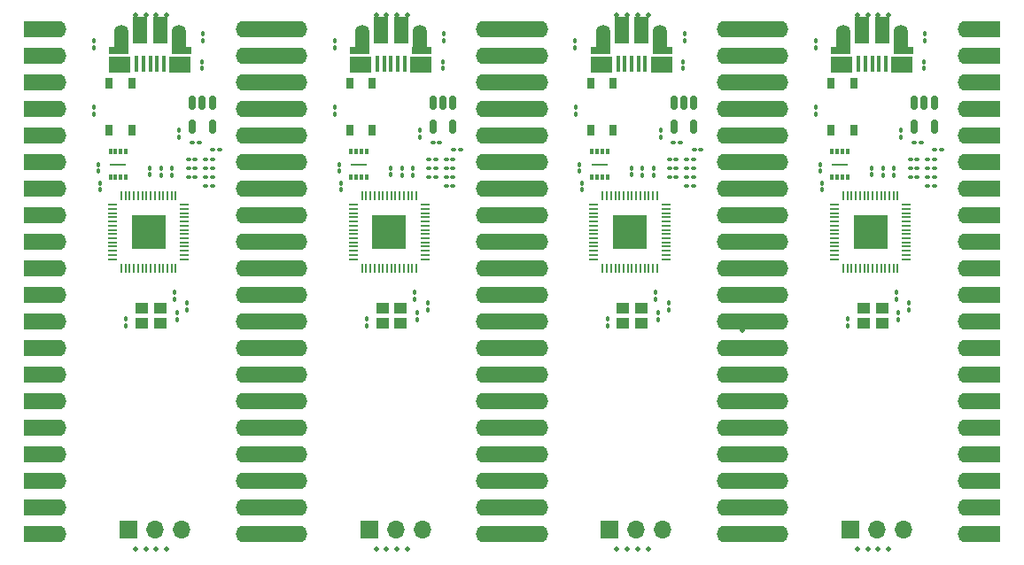
<source format=gbr>
%TF.GenerationSoftware,KiCad,Pcbnew,7.0.6*%
%TF.CreationDate,2023-08-25T07:23:32+07:00*%
%TF.ProjectId,Pico2040-Modular-Rev2-MP,5069636f-3230-4343-902d-4d6f64756c61,rev?*%
%TF.SameCoordinates,Original*%
%TF.FileFunction,Soldermask,Top*%
%TF.FilePolarity,Negative*%
%FSLAX46Y46*%
G04 Gerber Fmt 4.6, Leading zero omitted, Abs format (unit mm)*
G04 Created by KiCad (PCBNEW 7.0.6) date 2023-08-25 07:23:32*
%MOMM*%
%LPD*%
G01*
G04 APERTURE LIST*
G04 Aperture macros list*
%AMRoundRect*
0 Rectangle with rounded corners*
0 $1 Rounding radius*
0 $2 $3 $4 $5 $6 $7 $8 $9 X,Y pos of 4 corners*
0 Add a 4 corners polygon primitive as box body*
4,1,4,$2,$3,$4,$5,$6,$7,$8,$9,$2,$3,0*
0 Add four circle primitives for the rounded corners*
1,1,$1+$1,$2,$3*
1,1,$1+$1,$4,$5*
1,1,$1+$1,$6,$7*
1,1,$1+$1,$8,$9*
0 Add four rect primitives between the rounded corners*
20,1,$1+$1,$2,$3,$4,$5,0*
20,1,$1+$1,$4,$5,$6,$7,0*
20,1,$1+$1,$6,$7,$8,$9,0*
20,1,$1+$1,$8,$9,$2,$3,0*%
G04 Aperture macros list end*
%ADD10R,3.200000X1.600000*%
%ADD11O,1.700000X1.600000*%
%ADD12C,0.500000*%
%ADD13RoundRect,0.100000X-0.130000X-0.100000X0.130000X-0.100000X0.130000X0.100000X-0.130000X0.100000X0*%
%ADD14RoundRect,0.100000X-0.100000X0.130000X-0.100000X-0.130000X0.100000X-0.130000X0.100000X0.130000X0*%
%ADD15RoundRect,0.100000X0.100000X-0.130000X0.100000X0.130000X-0.100000X0.130000X-0.100000X-0.130000X0*%
%ADD16RoundRect,0.050000X-0.387500X-0.050000X0.387500X-0.050000X0.387500X0.050000X-0.387500X0.050000X0*%
%ADD17RoundRect,0.050000X-0.050000X-0.387500X0.050000X-0.387500X0.050000X0.387500X-0.050000X0.387500X0*%
%ADD18R,3.200000X3.200000*%
%ADD19R,1.700000X1.700000*%
%ADD20O,1.700000X1.700000*%
%ADD21R,1.150000X1.000000*%
%ADD22RoundRect,0.014000X0.161000X-0.231000X0.161000X0.231000X-0.161000X0.231000X-0.161000X-0.231000X0*%
%ADD23R,1.600000X0.200000*%
%ADD24RoundRect,0.150000X-0.150000X0.512500X-0.150000X-0.512500X0.150000X-0.512500X0.150000X0.512500X0*%
%ADD25R,0.400000X1.650000*%
%ADD26R,1.825000X0.700000*%
%ADD27R,2.000000X1.500000*%
%ADD28R,1.350000X2.000000*%
%ADD29O,1.350000X1.700000*%
%ADD30O,1.100000X1.500000*%
%ADD31R,1.430000X2.500000*%
%ADD32R,0.750000X1.000000*%
G04 APERTURE END LIST*
D10*
%TO.C,J3*%
X104010000Y-28300000D03*
D11*
X102400000Y-28300000D03*
D10*
X104010000Y-30840000D03*
D11*
X102400000Y-30840000D03*
D10*
X104010000Y-33380000D03*
D11*
X102400000Y-33380000D03*
D10*
X104010000Y-35920000D03*
D11*
X102400000Y-35920000D03*
D10*
X104010000Y-38460000D03*
D11*
X102400000Y-38460000D03*
D10*
X104010000Y-41000000D03*
D11*
X102400000Y-41000000D03*
D10*
X104010000Y-43540000D03*
D11*
X102400000Y-43540000D03*
D10*
X104010000Y-46080000D03*
D11*
X102400000Y-46080000D03*
D10*
X104010000Y-48620000D03*
D11*
X102400000Y-48620000D03*
D10*
X104010000Y-51160000D03*
D11*
X102400000Y-51160000D03*
D10*
X104010000Y-53700000D03*
D11*
X102400000Y-53700000D03*
D10*
X104010000Y-56240000D03*
D11*
X102400000Y-56240000D03*
D10*
X104010000Y-58780000D03*
D11*
X102400000Y-58780000D03*
D10*
X104010000Y-61320000D03*
D11*
X102400000Y-61320000D03*
D10*
X104010000Y-63860000D03*
D11*
X102400000Y-63860000D03*
D10*
X104010000Y-66400000D03*
D11*
X102400000Y-66400000D03*
D10*
X104010000Y-68940000D03*
D11*
X102400000Y-68940000D03*
D10*
X104010000Y-71480000D03*
D11*
X102400000Y-71480000D03*
D10*
X104010000Y-74020000D03*
D11*
X102400000Y-74020000D03*
D10*
X104010000Y-76560000D03*
D11*
X102400000Y-76560000D03*
%TD*%
D10*
%TO.C,J3*%
X81010000Y-28300000D03*
D11*
X79400000Y-28300000D03*
D10*
X81010000Y-30840000D03*
D11*
X79400000Y-30840000D03*
D10*
X81010000Y-33380000D03*
D11*
X79400000Y-33380000D03*
D10*
X81010000Y-35920000D03*
D11*
X79400000Y-35920000D03*
D10*
X81010000Y-38460000D03*
D11*
X79400000Y-38460000D03*
D10*
X81010000Y-41000000D03*
D11*
X79400000Y-41000000D03*
D10*
X81010000Y-43540000D03*
D11*
X79400000Y-43540000D03*
D10*
X81010000Y-46080000D03*
D11*
X79400000Y-46080000D03*
D10*
X81010000Y-48620000D03*
D11*
X79400000Y-48620000D03*
D10*
X81010000Y-51160000D03*
D11*
X79400000Y-51160000D03*
D10*
X81010000Y-53700000D03*
D11*
X79400000Y-53700000D03*
D10*
X81010000Y-56240000D03*
D11*
X79400000Y-56240000D03*
D10*
X81010000Y-58780000D03*
D11*
X79400000Y-58780000D03*
D10*
X81010000Y-61320000D03*
D11*
X79400000Y-61320000D03*
D10*
X81010000Y-63860000D03*
D11*
X79400000Y-63860000D03*
D10*
X81010000Y-66400000D03*
D11*
X79400000Y-66400000D03*
D10*
X81010000Y-68940000D03*
D11*
X79400000Y-68940000D03*
D10*
X81010000Y-71480000D03*
D11*
X79400000Y-71480000D03*
D10*
X81010000Y-74020000D03*
D11*
X79400000Y-74020000D03*
D10*
X81010000Y-76560000D03*
D11*
X79400000Y-76560000D03*
%TD*%
D10*
%TO.C,J3*%
X127010000Y-28300000D03*
D11*
X125400000Y-28300000D03*
D10*
X127010000Y-30840000D03*
D11*
X125400000Y-30840000D03*
D10*
X127010000Y-33380000D03*
D11*
X125400000Y-33380000D03*
D10*
X127010000Y-35920000D03*
D11*
X125400000Y-35920000D03*
D10*
X127010000Y-38460000D03*
D11*
X125400000Y-38460000D03*
D10*
X127010000Y-41000000D03*
D11*
X125400000Y-41000000D03*
D10*
X127010000Y-43540000D03*
D11*
X125400000Y-43540000D03*
D10*
X127010000Y-46080000D03*
D11*
X125400000Y-46080000D03*
D10*
X127010000Y-48620000D03*
D11*
X125400000Y-48620000D03*
D10*
X127010000Y-51160000D03*
D11*
X125400000Y-51160000D03*
D10*
X127010000Y-53700000D03*
D11*
X125400000Y-53700000D03*
D10*
X127010000Y-56240000D03*
D11*
X125400000Y-56240000D03*
D10*
X127010000Y-58780000D03*
D11*
X125400000Y-58780000D03*
D10*
X127010000Y-61320000D03*
D11*
X125400000Y-61320000D03*
D10*
X127010000Y-63860000D03*
D11*
X125400000Y-63860000D03*
D10*
X127010000Y-66400000D03*
D11*
X125400000Y-66400000D03*
D10*
X127010000Y-68940000D03*
D11*
X125400000Y-68940000D03*
D10*
X127010000Y-71480000D03*
D11*
X125400000Y-71480000D03*
D10*
X127010000Y-74020000D03*
D11*
X125400000Y-74020000D03*
D10*
X127010000Y-76560000D03*
D11*
X125400000Y-76560000D03*
%TD*%
D10*
%TO.C,J3*%
X150010000Y-28300000D03*
D11*
X148400000Y-28300000D03*
D10*
X150010000Y-30840000D03*
D11*
X148400000Y-30840000D03*
D10*
X150010000Y-33380000D03*
D11*
X148400000Y-33380000D03*
D10*
X150010000Y-35920000D03*
D11*
X148400000Y-35920000D03*
D10*
X150010000Y-38460000D03*
D11*
X148400000Y-38460000D03*
D10*
X150010000Y-41000000D03*
D11*
X148400000Y-41000000D03*
D10*
X150010000Y-43540000D03*
D11*
X148400000Y-43540000D03*
D10*
X150010000Y-46080000D03*
D11*
X148400000Y-46080000D03*
D10*
X150010000Y-48620000D03*
D11*
X148400000Y-48620000D03*
D10*
X150010000Y-51160000D03*
D11*
X148400000Y-51160000D03*
D10*
X150010000Y-53700000D03*
D11*
X148400000Y-53700000D03*
D10*
X150010000Y-56240000D03*
D11*
X148400000Y-56240000D03*
D10*
X150010000Y-58780000D03*
D11*
X148400000Y-58780000D03*
D10*
X150010000Y-61320000D03*
D11*
X148400000Y-61320000D03*
D10*
X150010000Y-63860000D03*
D11*
X148400000Y-63860000D03*
D10*
X150010000Y-66400000D03*
D11*
X148400000Y-66400000D03*
D10*
X150010000Y-68940000D03*
D11*
X148400000Y-68940000D03*
D10*
X150010000Y-71480000D03*
D11*
X148400000Y-71480000D03*
D10*
X150010000Y-74020000D03*
D11*
X148400000Y-74020000D03*
D10*
X150010000Y-76560000D03*
D11*
X148400000Y-76560000D03*
%TD*%
D12*
%TO.C,REF\u002A\u002A*%
X138000000Y-27000000D03*
%TD*%
%TO.C,REF\u002A\u002A*%
X106000000Y-56100000D03*
%TD*%
D13*
%TO.C,C7*%
X120060000Y-42450000D03*
X120700000Y-42450000D03*
%TD*%
%TO.C,C13*%
X76410000Y-39850000D03*
X77050000Y-39850000D03*
%TD*%
D14*
%TO.C,C2*%
X118700000Y-53475000D03*
X118700000Y-54115000D03*
%TD*%
D13*
%TO.C,C11*%
X121715000Y-43300000D03*
X122355000Y-43300000D03*
%TD*%
D12*
%TO.C,REF\u002A\u002A*%
X141000000Y-78000000D03*
%TD*%
D13*
%TO.C,R3*%
X74440000Y-39150000D03*
X75080000Y-39150000D03*
%TD*%
D15*
%TO.C,C4*%
X65650000Y-43665000D03*
X65650000Y-43025000D03*
%TD*%
D12*
%TO.C,REF\u002A\u002A*%
X95000000Y-78000000D03*
%TD*%
D13*
%TO.C,C8*%
X121710000Y-40750000D03*
X122350000Y-40750000D03*
%TD*%
%TO.C,C10*%
X121710000Y-42450000D03*
X122350000Y-42450000D03*
%TD*%
D14*
%TO.C,D2*%
X88025000Y-29422500D03*
X88025000Y-30062500D03*
%TD*%
D12*
%TO.C,REF\u002A\u002A*%
X140000000Y-27000000D03*
%TD*%
D15*
%TO.C,C12*%
X144375000Y-32050000D03*
X144375000Y-31410000D03*
%TD*%
D14*
%TO.C,R1*%
X117475000Y-41630000D03*
X117475000Y-42270000D03*
%TD*%
%TO.C,R2*%
X118525000Y-41635000D03*
X118525000Y-42275000D03*
%TD*%
D12*
%TO.C,REF\u002A\u002A*%
X69000000Y-27000000D03*
%TD*%
D16*
%TO.C,U1*%
X66825000Y-45100000D03*
X66825000Y-45500000D03*
X66825000Y-45900000D03*
X66825000Y-46300000D03*
X66825000Y-46700000D03*
X66825000Y-47100000D03*
X66825000Y-47500000D03*
X66825000Y-47900000D03*
X66825000Y-48300000D03*
X66825000Y-48700000D03*
X66825000Y-49100000D03*
X66825000Y-49500000D03*
X66825000Y-49900000D03*
X66825000Y-50300000D03*
D17*
X67662500Y-51137500D03*
X68062500Y-51137500D03*
X68462500Y-51137500D03*
X68862500Y-51137500D03*
X69262500Y-51137500D03*
X69662500Y-51137500D03*
X70062500Y-51137500D03*
X70462500Y-51137500D03*
X70862500Y-51137500D03*
X71262500Y-51137500D03*
X71662500Y-51137500D03*
X72062500Y-51137500D03*
X72462500Y-51137500D03*
X72862500Y-51137500D03*
D16*
X73700000Y-50300000D03*
X73700000Y-49900000D03*
X73700000Y-49500000D03*
X73700000Y-49100000D03*
X73700000Y-48700000D03*
X73700000Y-48300000D03*
X73700000Y-47900000D03*
X73700000Y-47500000D03*
X73700000Y-47100000D03*
X73700000Y-46700000D03*
X73700000Y-46300000D03*
X73700000Y-45900000D03*
X73700000Y-45500000D03*
X73700000Y-45100000D03*
D17*
X72862500Y-44262500D03*
X72462500Y-44262500D03*
X72062500Y-44262500D03*
X71662500Y-44262500D03*
X71262500Y-44262500D03*
X70862500Y-44262500D03*
X70462500Y-44262500D03*
X70062500Y-44262500D03*
X69662500Y-44262500D03*
X69262500Y-44262500D03*
X68862500Y-44262500D03*
X68462500Y-44262500D03*
X68062500Y-44262500D03*
X67662500Y-44262500D03*
D18*
X70262500Y-47700000D03*
%TD*%
D12*
%TO.C,REF\u002A\u002A*%
X129000000Y-66300000D03*
%TD*%
%TO.C,REF\u002A\u002A*%
X83000000Y-56100000D03*
%TD*%
D13*
%TO.C,C9*%
X98710000Y-41600000D03*
X99350000Y-41600000D03*
%TD*%
D14*
%TO.C,R6*%
X111450000Y-41230000D03*
X111450000Y-41870000D03*
%TD*%
D15*
%TO.C,C15*%
X114100000Y-56665000D03*
X114100000Y-56025000D03*
%TD*%
D12*
%TO.C,REF\u002A\u002A*%
X72000000Y-27000000D03*
%TD*%
D14*
%TO.C,R1*%
X71475000Y-41630000D03*
X71475000Y-42270000D03*
%TD*%
D13*
%TO.C,C13*%
X99410000Y-39850000D03*
X100050000Y-39850000D03*
%TD*%
D15*
%TO.C,C1*%
X116400000Y-42240000D03*
X116400000Y-41600000D03*
%TD*%
D14*
%TO.C,D2*%
X134025000Y-29422500D03*
X134025000Y-30062500D03*
%TD*%
D12*
%TO.C,REF\u002A\u002A*%
X81000000Y-66300000D03*
%TD*%
%TO.C,REF\u002A\u002A*%
X72000000Y-78000000D03*
%TD*%
D19*
%TO.C,J4*%
X137325000Y-76125000D03*
D20*
X139865000Y-76125000D03*
X142405000Y-76125000D03*
%TD*%
D14*
%TO.C,C14*%
X118950000Y-55430000D03*
X118950000Y-56070000D03*
%TD*%
D12*
%TO.C,REF\u002A\u002A*%
X115000000Y-27000000D03*
%TD*%
%TO.C,REF\u002A\u002A*%
X116000000Y-78000000D03*
%TD*%
D15*
%TO.C,R4*%
X142200000Y-38625000D03*
X142200000Y-37985000D03*
%TD*%
D12*
%TO.C,REF\u002A\u002A*%
X83000000Y-66300000D03*
%TD*%
D13*
%TO.C,C5*%
X143060000Y-40775000D03*
X143700000Y-40775000D03*
%TD*%
D14*
%TO.C,R1*%
X140475000Y-41630000D03*
X140475000Y-42270000D03*
%TD*%
D13*
%TO.C,R3*%
X143440000Y-39150000D03*
X144080000Y-39150000D03*
%TD*%
%TO.C,C6*%
X74060000Y-41600000D03*
X74700000Y-41600000D03*
%TD*%
D12*
%TO.C,REF\u002A\u002A*%
X104000000Y-66300000D03*
%TD*%
D16*
%TO.C,U1*%
X112825000Y-45100000D03*
X112825000Y-45500000D03*
X112825000Y-45900000D03*
X112825000Y-46300000D03*
X112825000Y-46700000D03*
X112825000Y-47100000D03*
X112825000Y-47500000D03*
X112825000Y-47900000D03*
X112825000Y-48300000D03*
X112825000Y-48700000D03*
X112825000Y-49100000D03*
X112825000Y-49500000D03*
X112825000Y-49900000D03*
X112825000Y-50300000D03*
D17*
X113662500Y-51137500D03*
X114062500Y-51137500D03*
X114462500Y-51137500D03*
X114862500Y-51137500D03*
X115262500Y-51137500D03*
X115662500Y-51137500D03*
X116062500Y-51137500D03*
X116462500Y-51137500D03*
X116862500Y-51137500D03*
X117262500Y-51137500D03*
X117662500Y-51137500D03*
X118062500Y-51137500D03*
X118462500Y-51137500D03*
X118862500Y-51137500D03*
D16*
X119700000Y-50300000D03*
X119700000Y-49900000D03*
X119700000Y-49500000D03*
X119700000Y-49100000D03*
X119700000Y-48700000D03*
X119700000Y-48300000D03*
X119700000Y-47900000D03*
X119700000Y-47500000D03*
X119700000Y-47100000D03*
X119700000Y-46700000D03*
X119700000Y-46300000D03*
X119700000Y-45900000D03*
X119700000Y-45500000D03*
X119700000Y-45100000D03*
D17*
X118862500Y-44262500D03*
X118462500Y-44262500D03*
X118062500Y-44262500D03*
X117662500Y-44262500D03*
X117262500Y-44262500D03*
X116862500Y-44262500D03*
X116462500Y-44262500D03*
X116062500Y-44262500D03*
X115662500Y-44262500D03*
X115262500Y-44262500D03*
X114862500Y-44262500D03*
X114462500Y-44262500D03*
X114062500Y-44262500D03*
X113662500Y-44262500D03*
D18*
X116262500Y-47700000D03*
%TD*%
D10*
%TO.C,J2*%
X59990000Y-28300000D03*
D11*
X61600000Y-28300000D03*
D10*
X59990000Y-30840000D03*
D11*
X61600000Y-30840000D03*
D10*
X59990000Y-33380000D03*
D11*
X61600000Y-33380000D03*
D10*
X59990000Y-35920000D03*
D11*
X61600000Y-35920000D03*
D10*
X59990000Y-38460000D03*
D11*
X61600000Y-38460000D03*
D10*
X59990000Y-41000000D03*
D11*
X61600000Y-41000000D03*
D10*
X59990000Y-43540000D03*
D11*
X61600000Y-43540000D03*
D10*
X59990000Y-46080000D03*
D11*
X61600000Y-46080000D03*
D10*
X59990000Y-48620000D03*
D11*
X61600000Y-48620000D03*
D10*
X59990000Y-51160000D03*
D11*
X61600000Y-51160000D03*
D10*
X59990000Y-53700000D03*
D11*
X61600000Y-53700000D03*
D10*
X59990000Y-56240000D03*
D11*
X61600000Y-56240000D03*
D10*
X59990000Y-58780000D03*
D11*
X61600000Y-58780000D03*
D10*
X59990000Y-61320000D03*
D11*
X61600000Y-61320000D03*
D10*
X59990000Y-63860000D03*
D11*
X61600000Y-63860000D03*
D10*
X59990000Y-66400000D03*
D11*
X61600000Y-66400000D03*
D10*
X59990000Y-68940000D03*
D11*
X61600000Y-68940000D03*
D10*
X59990000Y-71480000D03*
D11*
X61600000Y-71480000D03*
D10*
X59990000Y-74020000D03*
D11*
X61600000Y-74020000D03*
D10*
X59990000Y-76560000D03*
D11*
X61600000Y-76560000D03*
%TD*%
D14*
%TO.C,C3*%
X73950000Y-54475000D03*
X73950000Y-55115000D03*
%TD*%
D13*
%TO.C,C7*%
X74060000Y-42450000D03*
X74700000Y-42450000D03*
%TD*%
D15*
%TO.C,C4*%
X134650000Y-43665000D03*
X134650000Y-43025000D03*
%TD*%
D21*
%TO.C,Y1*%
X138600000Y-56400000D03*
X140350000Y-56400000D03*
X140350000Y-55000000D03*
X138600000Y-55000000D03*
%TD*%
D19*
%TO.C,J4*%
X68325000Y-76125000D03*
D20*
X70865000Y-76125000D03*
X73405000Y-76125000D03*
%TD*%
D12*
%TO.C,REF\u002A\u002A*%
X117000000Y-27000000D03*
%TD*%
%TO.C,REF\u002A\u002A*%
X138000000Y-78000000D03*
%TD*%
D14*
%TO.C,R6*%
X134450000Y-41230000D03*
X134450000Y-41870000D03*
%TD*%
%TO.C,R2*%
X141525000Y-41635000D03*
X141525000Y-42275000D03*
%TD*%
D12*
%TO.C,REF\u002A\u002A*%
X127000000Y-56100000D03*
%TD*%
%TO.C,REF\u002A\u002A*%
X127000000Y-66300000D03*
%TD*%
%TO.C,REF\u002A\u002A*%
X104000000Y-56100000D03*
%TD*%
D13*
%TO.C,C11*%
X75715000Y-43300000D03*
X76355000Y-43300000D03*
%TD*%
D14*
%TO.C,R2*%
X72525000Y-41635000D03*
X72525000Y-42275000D03*
%TD*%
D12*
%TO.C,REF\u002A\u002A*%
X139000000Y-27000000D03*
%TD*%
D15*
%TO.C,C12*%
X98375000Y-32050000D03*
X98375000Y-31410000D03*
%TD*%
D22*
%TO.C,U3*%
X89600000Y-42450000D03*
X90100000Y-42450000D03*
X90600000Y-42450000D03*
X91100000Y-42450000D03*
X91100000Y-40010000D03*
X90600000Y-40010000D03*
X90100000Y-40010000D03*
X89600000Y-40010000D03*
D23*
X90350000Y-41230000D03*
%TD*%
D12*
%TO.C,REF\u002A\u002A*%
X81000000Y-56100000D03*
%TD*%
D15*
%TO.C,C4*%
X111650000Y-43665000D03*
X111650000Y-43025000D03*
%TD*%
D13*
%TO.C,C13*%
X145410000Y-39850000D03*
X146050000Y-39850000D03*
%TD*%
D14*
%TO.C,C14*%
X95950000Y-55430000D03*
X95950000Y-56070000D03*
%TD*%
%TO.C,R2*%
X95525000Y-41635000D03*
X95525000Y-42275000D03*
%TD*%
D13*
%TO.C,R3*%
X120440000Y-39150000D03*
X121080000Y-39150000D03*
%TD*%
D12*
%TO.C,REF\u002A\u002A*%
X71000000Y-27000000D03*
%TD*%
D13*
%TO.C,C8*%
X98710000Y-40750000D03*
X99350000Y-40750000D03*
%TD*%
%TO.C,C9*%
X75710000Y-41600000D03*
X76350000Y-41600000D03*
%TD*%
D19*
%TO.C,J4*%
X114325000Y-76125000D03*
D20*
X116865000Y-76125000D03*
X119405000Y-76125000D03*
%TD*%
D13*
%TO.C,C13*%
X122410000Y-39850000D03*
X123050000Y-39850000D03*
%TD*%
D12*
%TO.C,REF\u002A\u002A*%
X70000000Y-27000000D03*
%TD*%
D15*
%TO.C,C15*%
X68100000Y-56665000D03*
X68100000Y-56025000D03*
%TD*%
%TO.C,C1*%
X93400000Y-42240000D03*
X93400000Y-41600000D03*
%TD*%
D12*
%TO.C,REF\u002A\u002A*%
X118000000Y-78000000D03*
%TD*%
D16*
%TO.C,U1*%
X135825000Y-45100000D03*
X135825000Y-45500000D03*
X135825000Y-45900000D03*
X135825000Y-46300000D03*
X135825000Y-46700000D03*
X135825000Y-47100000D03*
X135825000Y-47500000D03*
X135825000Y-47900000D03*
X135825000Y-48300000D03*
X135825000Y-48700000D03*
X135825000Y-49100000D03*
X135825000Y-49500000D03*
X135825000Y-49900000D03*
X135825000Y-50300000D03*
D17*
X136662500Y-51137500D03*
X137062500Y-51137500D03*
X137462500Y-51137500D03*
X137862500Y-51137500D03*
X138262500Y-51137500D03*
X138662500Y-51137500D03*
X139062500Y-51137500D03*
X139462500Y-51137500D03*
X139862500Y-51137500D03*
X140262500Y-51137500D03*
X140662500Y-51137500D03*
X141062500Y-51137500D03*
X141462500Y-51137500D03*
X141862500Y-51137500D03*
D16*
X142700000Y-50300000D03*
X142700000Y-49900000D03*
X142700000Y-49500000D03*
X142700000Y-49100000D03*
X142700000Y-48700000D03*
X142700000Y-48300000D03*
X142700000Y-47900000D03*
X142700000Y-47500000D03*
X142700000Y-47100000D03*
X142700000Y-46700000D03*
X142700000Y-46300000D03*
X142700000Y-45900000D03*
X142700000Y-45500000D03*
X142700000Y-45100000D03*
D17*
X141862500Y-44262500D03*
X141462500Y-44262500D03*
X141062500Y-44262500D03*
X140662500Y-44262500D03*
X140262500Y-44262500D03*
X139862500Y-44262500D03*
X139462500Y-44262500D03*
X139062500Y-44262500D03*
X138662500Y-44262500D03*
X138262500Y-44262500D03*
X137862500Y-44262500D03*
X137462500Y-44262500D03*
X137062500Y-44262500D03*
X136662500Y-44262500D03*
D18*
X139262500Y-47700000D03*
%TD*%
D14*
%TO.C,C3*%
X96950000Y-54475000D03*
X96950000Y-55115000D03*
%TD*%
D22*
%TO.C,U3*%
X66600000Y-42450000D03*
X67100000Y-42450000D03*
X67600000Y-42450000D03*
X68100000Y-42450000D03*
X68100000Y-40010000D03*
X67600000Y-40010000D03*
X67100000Y-40010000D03*
X66600000Y-40010000D03*
D23*
X67350000Y-41230000D03*
%TD*%
D13*
%TO.C,R3*%
X97440000Y-39150000D03*
X98080000Y-39150000D03*
%TD*%
D12*
%TO.C,REF\u002A\u002A*%
X104000000Y-45900000D03*
%TD*%
D14*
%TO.C,R1*%
X94475000Y-41630000D03*
X94475000Y-42270000D03*
%TD*%
%TO.C,C2*%
X95700000Y-53475000D03*
X95700000Y-54115000D03*
%TD*%
D12*
%TO.C,REF\u002A\u002A*%
X106000000Y-35700000D03*
%TD*%
D14*
%TO.C,D1*%
X121475000Y-28747500D03*
X121475000Y-29387500D03*
%TD*%
%TO.C,D1*%
X98475000Y-28747500D03*
X98475000Y-29387500D03*
%TD*%
D13*
%TO.C,C11*%
X144715000Y-43300000D03*
X145355000Y-43300000D03*
%TD*%
D15*
%TO.C,R4*%
X119200000Y-38625000D03*
X119200000Y-37985000D03*
%TD*%
D24*
%TO.C,U2*%
X145350000Y-35375000D03*
X144400000Y-35375000D03*
X143450000Y-35375000D03*
X143450000Y-37650000D03*
X145350000Y-37650000D03*
%TD*%
D12*
%TO.C,REF\u002A\u002A*%
X94000000Y-78000000D03*
%TD*%
%TO.C,REF\u002A\u002A*%
X139000000Y-78000000D03*
%TD*%
D24*
%TO.C,U2*%
X99350000Y-35375000D03*
X98400000Y-35375000D03*
X97450000Y-35375000D03*
X97450000Y-37650000D03*
X99350000Y-37650000D03*
%TD*%
D13*
%TO.C,C10*%
X75710000Y-42450000D03*
X76350000Y-42450000D03*
%TD*%
D15*
%TO.C,C15*%
X91100000Y-56665000D03*
X91100000Y-56025000D03*
%TD*%
D14*
%TO.C,R6*%
X88450000Y-41230000D03*
X88450000Y-41870000D03*
%TD*%
D12*
%TO.C,REF\u002A\u002A*%
X70000000Y-78000000D03*
%TD*%
%TO.C,REF\u002A\u002A*%
X69000000Y-78000000D03*
%TD*%
%TO.C,REF\u002A\u002A*%
X116000000Y-27000000D03*
%TD*%
D25*
%TO.C,J1*%
X140730000Y-31580000D03*
X140080000Y-31580000D03*
X139430000Y-31580000D03*
X138780000Y-31580000D03*
X138130000Y-31580000D03*
D26*
X142380000Y-30380000D03*
D27*
X142280000Y-31680000D03*
D28*
X142160000Y-29630000D03*
D29*
X142160000Y-28700000D03*
D30*
X141850000Y-31700000D03*
D31*
X140390000Y-28430000D03*
X138470000Y-28430000D03*
D30*
X137010000Y-31700000D03*
D29*
X136700000Y-28700000D03*
D28*
X136680000Y-29630000D03*
D27*
X136530000Y-31700000D03*
D26*
X136430000Y-30380000D03*
%TD*%
D14*
%TO.C,R5*%
X88050000Y-35780000D03*
X88050000Y-36420000D03*
%TD*%
%TO.C,C14*%
X141950000Y-55430000D03*
X141950000Y-56070000D03*
%TD*%
D10*
%TO.C,J2*%
X128990000Y-28300000D03*
D11*
X130600000Y-28300000D03*
D10*
X128990000Y-30840000D03*
D11*
X130600000Y-30840000D03*
D10*
X128990000Y-33380000D03*
D11*
X130600000Y-33380000D03*
D10*
X128990000Y-35920000D03*
D11*
X130600000Y-35920000D03*
D10*
X128990000Y-38460000D03*
D11*
X130600000Y-38460000D03*
D10*
X128990000Y-41000000D03*
D11*
X130600000Y-41000000D03*
D10*
X128990000Y-43540000D03*
D11*
X130600000Y-43540000D03*
D10*
X128990000Y-46080000D03*
D11*
X130600000Y-46080000D03*
D10*
X128990000Y-48620000D03*
D11*
X130600000Y-48620000D03*
D10*
X128990000Y-51160000D03*
D11*
X130600000Y-51160000D03*
D10*
X128990000Y-53700000D03*
D11*
X130600000Y-53700000D03*
D10*
X128990000Y-56240000D03*
D11*
X130600000Y-56240000D03*
D10*
X128990000Y-58780000D03*
D11*
X130600000Y-58780000D03*
D10*
X128990000Y-61320000D03*
D11*
X130600000Y-61320000D03*
D10*
X128990000Y-63860000D03*
D11*
X130600000Y-63860000D03*
D10*
X128990000Y-66400000D03*
D11*
X130600000Y-66400000D03*
D10*
X128990000Y-68940000D03*
D11*
X130600000Y-68940000D03*
D10*
X128990000Y-71480000D03*
D11*
X130600000Y-71480000D03*
D10*
X128990000Y-74020000D03*
D11*
X130600000Y-74020000D03*
D10*
X128990000Y-76560000D03*
D11*
X130600000Y-76560000D03*
%TD*%
D13*
%TO.C,C8*%
X144710000Y-40750000D03*
X145350000Y-40750000D03*
%TD*%
%TO.C,C8*%
X75710000Y-40750000D03*
X76350000Y-40750000D03*
%TD*%
D12*
%TO.C,REF\u002A\u002A*%
X104000000Y-35700000D03*
%TD*%
%TO.C,REF\u002A\u002A*%
X129000000Y-56100000D03*
%TD*%
%TO.C,REF\u002A\u002A*%
X141000000Y-27000000D03*
%TD*%
D13*
%TO.C,C7*%
X143060000Y-42450000D03*
X143700000Y-42450000D03*
%TD*%
D12*
%TO.C,REF\u002A\u002A*%
X95000000Y-27000000D03*
%TD*%
D14*
%TO.C,R6*%
X65450000Y-41230000D03*
X65450000Y-41870000D03*
%TD*%
D12*
%TO.C,REF\u002A\u002A*%
X127000000Y-45900000D03*
%TD*%
D15*
%TO.C,C12*%
X75375000Y-32050000D03*
X75375000Y-31410000D03*
%TD*%
D12*
%TO.C,REF\u002A\u002A*%
X93000000Y-78000000D03*
%TD*%
%TO.C,REF\u002A\u002A*%
X127000000Y-35700000D03*
%TD*%
D13*
%TO.C,C5*%
X97060000Y-40775000D03*
X97700000Y-40775000D03*
%TD*%
D14*
%TO.C,C3*%
X142950000Y-54475000D03*
X142950000Y-55115000D03*
%TD*%
D13*
%TO.C,C6*%
X120060000Y-41600000D03*
X120700000Y-41600000D03*
%TD*%
D15*
%TO.C,C4*%
X88650000Y-43665000D03*
X88650000Y-43025000D03*
%TD*%
D12*
%TO.C,REF\u002A\u002A*%
X127000000Y-57100000D03*
%TD*%
D15*
%TO.C,R4*%
X73200000Y-38625000D03*
X73200000Y-37985000D03*
%TD*%
D25*
%TO.C,J1*%
X94730000Y-31580000D03*
X94080000Y-31580000D03*
X93430000Y-31580000D03*
X92780000Y-31580000D03*
X92130000Y-31580000D03*
D26*
X96380000Y-30380000D03*
D27*
X96280000Y-31680000D03*
D28*
X96160000Y-29630000D03*
D29*
X96160000Y-28700000D03*
D30*
X95850000Y-31700000D03*
D31*
X94390000Y-28430000D03*
X92470000Y-28430000D03*
D30*
X91010000Y-31700000D03*
D29*
X90700000Y-28700000D03*
D28*
X90680000Y-29630000D03*
D27*
X90530000Y-31700000D03*
D26*
X90430000Y-30380000D03*
%TD*%
D25*
%TO.C,J1*%
X117730000Y-31580000D03*
X117080000Y-31580000D03*
X116430000Y-31580000D03*
X115780000Y-31580000D03*
X115130000Y-31580000D03*
D26*
X119380000Y-30380000D03*
D27*
X119280000Y-31680000D03*
D28*
X119160000Y-29630000D03*
D29*
X119160000Y-28700000D03*
D30*
X118850000Y-31700000D03*
D31*
X117390000Y-28430000D03*
X115470000Y-28430000D03*
D30*
X114010000Y-31700000D03*
D29*
X113700000Y-28700000D03*
D28*
X113680000Y-29630000D03*
D27*
X113530000Y-31700000D03*
D26*
X113430000Y-30380000D03*
%TD*%
D32*
%TO.C,S1*%
X137650000Y-38000000D03*
X137650000Y-33500000D03*
X135500000Y-38000000D03*
X135500000Y-33500000D03*
%TD*%
D13*
%TO.C,C11*%
X98715000Y-43300000D03*
X99355000Y-43300000D03*
%TD*%
D10*
%TO.C,J2*%
X82990000Y-28300000D03*
D11*
X84600000Y-28300000D03*
D10*
X82990000Y-30840000D03*
D11*
X84600000Y-30840000D03*
D10*
X82990000Y-33380000D03*
D11*
X84600000Y-33380000D03*
D10*
X82990000Y-35920000D03*
D11*
X84600000Y-35920000D03*
D10*
X82990000Y-38460000D03*
D11*
X84600000Y-38460000D03*
D10*
X82990000Y-41000000D03*
D11*
X84600000Y-41000000D03*
D10*
X82990000Y-43540000D03*
D11*
X84600000Y-43540000D03*
D10*
X82990000Y-46080000D03*
D11*
X84600000Y-46080000D03*
D10*
X82990000Y-48620000D03*
D11*
X84600000Y-48620000D03*
D10*
X82990000Y-51160000D03*
D11*
X84600000Y-51160000D03*
D10*
X82990000Y-53700000D03*
D11*
X84600000Y-53700000D03*
D10*
X82990000Y-56240000D03*
D11*
X84600000Y-56240000D03*
D10*
X82990000Y-58780000D03*
D11*
X84600000Y-58780000D03*
D10*
X82990000Y-61320000D03*
D11*
X84600000Y-61320000D03*
D10*
X82990000Y-63860000D03*
D11*
X84600000Y-63860000D03*
D10*
X82990000Y-66400000D03*
D11*
X84600000Y-66400000D03*
D10*
X82990000Y-68940000D03*
D11*
X84600000Y-68940000D03*
D10*
X82990000Y-71480000D03*
D11*
X84600000Y-71480000D03*
D10*
X82990000Y-74020000D03*
D11*
X84600000Y-74020000D03*
D10*
X82990000Y-76560000D03*
D11*
X84600000Y-76560000D03*
%TD*%
D14*
%TO.C,R5*%
X65050000Y-35780000D03*
X65050000Y-36420000D03*
%TD*%
%TO.C,R5*%
X111050000Y-35780000D03*
X111050000Y-36420000D03*
%TD*%
%TO.C,D1*%
X144475000Y-28747500D03*
X144475000Y-29387500D03*
%TD*%
D32*
%TO.C,S1*%
X114650000Y-38000000D03*
X114650000Y-33500000D03*
X112500000Y-38000000D03*
X112500000Y-33500000D03*
%TD*%
D10*
%TO.C,J2*%
X105990000Y-28300000D03*
D11*
X107600000Y-28300000D03*
D10*
X105990000Y-30840000D03*
D11*
X107600000Y-30840000D03*
D10*
X105990000Y-33380000D03*
D11*
X107600000Y-33380000D03*
D10*
X105990000Y-35920000D03*
D11*
X107600000Y-35920000D03*
D10*
X105990000Y-38460000D03*
D11*
X107600000Y-38460000D03*
D10*
X105990000Y-41000000D03*
D11*
X107600000Y-41000000D03*
D10*
X105990000Y-43540000D03*
D11*
X107600000Y-43540000D03*
D10*
X105990000Y-46080000D03*
D11*
X107600000Y-46080000D03*
D10*
X105990000Y-48620000D03*
D11*
X107600000Y-48620000D03*
D10*
X105990000Y-51160000D03*
D11*
X107600000Y-51160000D03*
D10*
X105990000Y-53700000D03*
D11*
X107600000Y-53700000D03*
D10*
X105990000Y-56240000D03*
D11*
X107600000Y-56240000D03*
D10*
X105990000Y-58780000D03*
D11*
X107600000Y-58780000D03*
D10*
X105990000Y-61320000D03*
D11*
X107600000Y-61320000D03*
D10*
X105990000Y-63860000D03*
D11*
X107600000Y-63860000D03*
D10*
X105990000Y-66400000D03*
D11*
X107600000Y-66400000D03*
D10*
X105990000Y-68940000D03*
D11*
X107600000Y-68940000D03*
D10*
X105990000Y-71480000D03*
D11*
X107600000Y-71480000D03*
D10*
X105990000Y-74020000D03*
D11*
X107600000Y-74020000D03*
D10*
X105990000Y-76560000D03*
D11*
X107600000Y-76560000D03*
%TD*%
D14*
%TO.C,C14*%
X72950000Y-55430000D03*
X72950000Y-56070000D03*
%TD*%
D13*
%TO.C,C5*%
X74060000Y-40775000D03*
X74700000Y-40775000D03*
%TD*%
%TO.C,C10*%
X144710000Y-42450000D03*
X145350000Y-42450000D03*
%TD*%
D15*
%TO.C,C1*%
X139400000Y-42240000D03*
X139400000Y-41600000D03*
%TD*%
D21*
%TO.C,Y1*%
X69600000Y-56400000D03*
X71350000Y-56400000D03*
X71350000Y-55000000D03*
X69600000Y-55000000D03*
%TD*%
D15*
%TO.C,C1*%
X70400000Y-42240000D03*
X70400000Y-41600000D03*
%TD*%
D25*
%TO.C,J1*%
X71730000Y-31580000D03*
X71080000Y-31580000D03*
X70430000Y-31580000D03*
X69780000Y-31580000D03*
X69130000Y-31580000D03*
D26*
X73380000Y-30380000D03*
D27*
X73280000Y-31680000D03*
D28*
X73160000Y-29630000D03*
D29*
X73160000Y-28700000D03*
D30*
X72850000Y-31700000D03*
D31*
X71390000Y-28430000D03*
X69470000Y-28430000D03*
D30*
X68010000Y-31700000D03*
D29*
X67700000Y-28700000D03*
D28*
X67680000Y-29630000D03*
D27*
X67530000Y-31700000D03*
D26*
X67430000Y-30380000D03*
%TD*%
D21*
%TO.C,Y1*%
X92600000Y-56400000D03*
X94350000Y-56400000D03*
X94350000Y-55000000D03*
X92600000Y-55000000D03*
%TD*%
D14*
%TO.C,D2*%
X111025000Y-29422500D03*
X111025000Y-30062500D03*
%TD*%
D13*
%TO.C,C5*%
X120060000Y-40775000D03*
X120700000Y-40775000D03*
%TD*%
D15*
%TO.C,R4*%
X96200000Y-38625000D03*
X96200000Y-37985000D03*
%TD*%
D12*
%TO.C,REF\u002A\u002A*%
X93000000Y-27000000D03*
%TD*%
D13*
%TO.C,C6*%
X97060000Y-41600000D03*
X97700000Y-41600000D03*
%TD*%
D14*
%TO.C,D1*%
X75475000Y-28747500D03*
X75475000Y-29387500D03*
%TD*%
D12*
%TO.C,REF\u002A\u002A*%
X71000000Y-78000000D03*
%TD*%
%TO.C,REF\u002A\u002A*%
X115000000Y-78000000D03*
%TD*%
%TO.C,REF\u002A\u002A*%
X81000000Y-45900000D03*
%TD*%
D14*
%TO.C,C3*%
X119950000Y-54475000D03*
X119950000Y-55115000D03*
%TD*%
D12*
%TO.C,REF\u002A\u002A*%
X118000000Y-27000000D03*
%TD*%
D14*
%TO.C,R5*%
X134050000Y-35780000D03*
X134050000Y-36420000D03*
%TD*%
%TO.C,C2*%
X72700000Y-53475000D03*
X72700000Y-54115000D03*
%TD*%
%TO.C,D2*%
X65025000Y-29422500D03*
X65025000Y-30062500D03*
%TD*%
D15*
%TO.C,C12*%
X121375000Y-32050000D03*
X121375000Y-31410000D03*
%TD*%
D13*
%TO.C,C10*%
X98710000Y-42450000D03*
X99350000Y-42450000D03*
%TD*%
D12*
%TO.C,REF\u002A\u002A*%
X81000000Y-35700000D03*
%TD*%
%TO.C,REF\u002A\u002A*%
X117000000Y-78000000D03*
%TD*%
D14*
%TO.C,C2*%
X141700000Y-53475000D03*
X141700000Y-54115000D03*
%TD*%
D32*
%TO.C,S1*%
X91650000Y-38000000D03*
X91650000Y-33500000D03*
X89500000Y-38000000D03*
X89500000Y-33500000D03*
%TD*%
D12*
%TO.C,REF\u002A\u002A*%
X92000000Y-27000000D03*
%TD*%
D24*
%TO.C,U2*%
X122350000Y-35375000D03*
X121400000Y-35375000D03*
X120450000Y-35375000D03*
X120450000Y-37650000D03*
X122350000Y-37650000D03*
%TD*%
D13*
%TO.C,C7*%
X97060000Y-42450000D03*
X97700000Y-42450000D03*
%TD*%
D12*
%TO.C,REF\u002A\u002A*%
X83000000Y-45900000D03*
%TD*%
D13*
%TO.C,C9*%
X121710000Y-41600000D03*
X122350000Y-41600000D03*
%TD*%
D19*
%TO.C,J4*%
X91325000Y-76125000D03*
D20*
X93865000Y-76125000D03*
X96405000Y-76125000D03*
%TD*%
D22*
%TO.C,U3*%
X112600000Y-42450000D03*
X113100000Y-42450000D03*
X113600000Y-42450000D03*
X114100000Y-42450000D03*
X114100000Y-40010000D03*
X113600000Y-40010000D03*
X113100000Y-40010000D03*
X112600000Y-40010000D03*
D23*
X113350000Y-41230000D03*
%TD*%
D21*
%TO.C,Y1*%
X115600000Y-56400000D03*
X117350000Y-56400000D03*
X117350000Y-55000000D03*
X115600000Y-55000000D03*
%TD*%
D12*
%TO.C,REF\u002A\u002A*%
X94000000Y-27000000D03*
%TD*%
D32*
%TO.C,S1*%
X68650000Y-38000000D03*
X68650000Y-33500000D03*
X66500000Y-38000000D03*
X66500000Y-33500000D03*
%TD*%
D13*
%TO.C,C6*%
X143060000Y-41600000D03*
X143700000Y-41600000D03*
%TD*%
D22*
%TO.C,U3*%
X135600000Y-42450000D03*
X136100000Y-42450000D03*
X136600000Y-42450000D03*
X137100000Y-42450000D03*
X137100000Y-40010000D03*
X136600000Y-40010000D03*
X136100000Y-40010000D03*
X135600000Y-40010000D03*
D23*
X136350000Y-41230000D03*
%TD*%
D15*
%TO.C,C15*%
X137100000Y-56665000D03*
X137100000Y-56025000D03*
%TD*%
D12*
%TO.C,REF\u002A\u002A*%
X129000000Y-45900000D03*
%TD*%
D16*
%TO.C,U1*%
X89825000Y-45100000D03*
X89825000Y-45500000D03*
X89825000Y-45900000D03*
X89825000Y-46300000D03*
X89825000Y-46700000D03*
X89825000Y-47100000D03*
X89825000Y-47500000D03*
X89825000Y-47900000D03*
X89825000Y-48300000D03*
X89825000Y-48700000D03*
X89825000Y-49100000D03*
X89825000Y-49500000D03*
X89825000Y-49900000D03*
X89825000Y-50300000D03*
D17*
X90662500Y-51137500D03*
X91062500Y-51137500D03*
X91462500Y-51137500D03*
X91862500Y-51137500D03*
X92262500Y-51137500D03*
X92662500Y-51137500D03*
X93062500Y-51137500D03*
X93462500Y-51137500D03*
X93862500Y-51137500D03*
X94262500Y-51137500D03*
X94662500Y-51137500D03*
X95062500Y-51137500D03*
X95462500Y-51137500D03*
X95862500Y-51137500D03*
D16*
X96700000Y-50300000D03*
X96700000Y-49900000D03*
X96700000Y-49500000D03*
X96700000Y-49100000D03*
X96700000Y-48700000D03*
X96700000Y-48300000D03*
X96700000Y-47900000D03*
X96700000Y-47500000D03*
X96700000Y-47100000D03*
X96700000Y-46700000D03*
X96700000Y-46300000D03*
X96700000Y-45900000D03*
X96700000Y-45500000D03*
X96700000Y-45100000D03*
D17*
X95862500Y-44262500D03*
X95462500Y-44262500D03*
X95062500Y-44262500D03*
X94662500Y-44262500D03*
X94262500Y-44262500D03*
X93862500Y-44262500D03*
X93462500Y-44262500D03*
X93062500Y-44262500D03*
X92662500Y-44262500D03*
X92262500Y-44262500D03*
X91862500Y-44262500D03*
X91462500Y-44262500D03*
X91062500Y-44262500D03*
X90662500Y-44262500D03*
D18*
X93262500Y-47700000D03*
%TD*%
D12*
%TO.C,REF\u002A\u002A*%
X140000000Y-78000000D03*
%TD*%
%TO.C,REF\u002A\u002A*%
X129000000Y-35700000D03*
%TD*%
%TO.C,REF\u002A\u002A*%
X106000000Y-66300000D03*
%TD*%
%TO.C,REF\u002A\u002A*%
X106000000Y-45900000D03*
%TD*%
D24*
%TO.C,U2*%
X76350000Y-35375000D03*
X75400000Y-35375000D03*
X74450000Y-35375000D03*
X74450000Y-37650000D03*
X76350000Y-37650000D03*
%TD*%
D12*
%TO.C,REF\u002A\u002A*%
X92000000Y-78000000D03*
%TD*%
%TO.C,REF\u002A\u002A*%
X83000000Y-35700000D03*
%TD*%
D13*
%TO.C,C9*%
X144710000Y-41600000D03*
X145350000Y-41600000D03*
%TD*%
M02*

</source>
